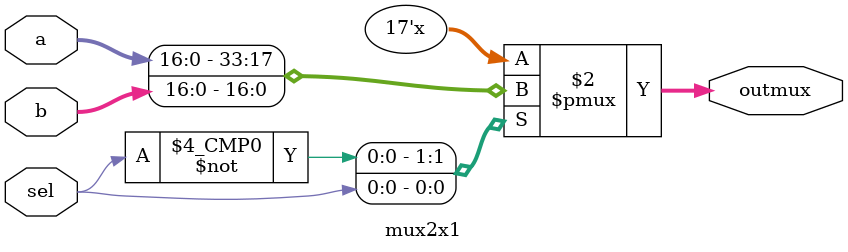
<source format=v>
module mux2x1 #( 
    parameter   INT_LENGTH          =   5, 
    parameter   FRAC_LENGTH         =   12
) (
input                                       sel,
input      [INT_LENGTH +FRAC_LENGTH - 1 :0] a, b,
output reg [INT_LENGTH +FRAC_LENGTH - 1 :0] outmux
);

always @(*)
begin
case(sel)
1'b0 :   outmux = a;
1'b1 :   outmux = b;
default: outmux = 'b0;
endcase
end
endmodule
</source>
